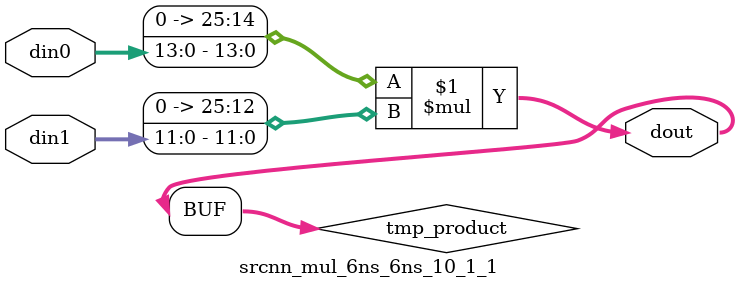
<source format=v>

`timescale 1 ns / 1 ps

  module srcnn_mul_6ns_6ns_10_1_1(din0, din1, dout);
parameter ID = 1;
parameter NUM_STAGE = 0;
parameter din0_WIDTH = 14;
parameter din1_WIDTH = 12;
parameter dout_WIDTH = 26;

input [din0_WIDTH - 1 : 0] din0; 
input [din1_WIDTH - 1 : 0] din1; 
output [dout_WIDTH - 1 : 0] dout;

wire signed [dout_WIDTH - 1 : 0] tmp_product;










assign tmp_product = $signed({1'b0, din0}) * $signed({1'b0, din1});











assign dout = tmp_product;







endmodule

</source>
